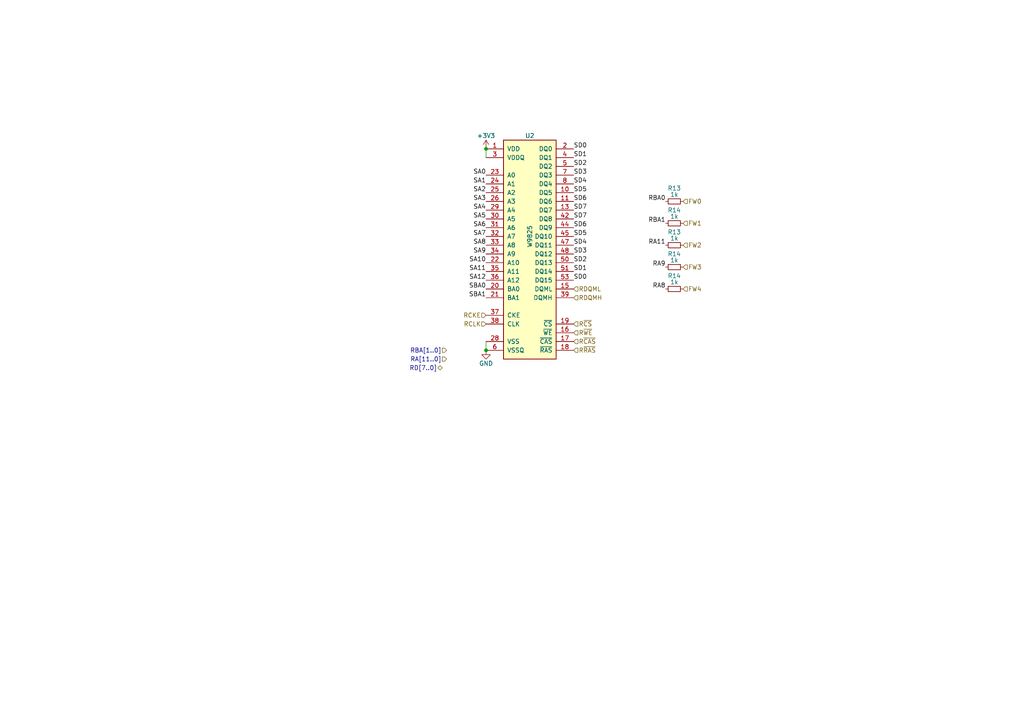
<source format=kicad_sch>
(kicad_sch (version 20230121) (generator eeschema)
  (paper "A4")
  (lib_symbols
    (symbol "Device:R_Small" (pin_numbers hide) (pin_names (offset 0.254) hide)
      (property "Reference" "R" (at 0.762 0.508 0))
      (property "Value" "R_Small" (at 0.762 -1.016 0))
      (symbol "R_Small_0_1"
        (rectangle (start -0.762 1.778) (end 0.762 -1.778) (stroke (width 0.2032)))
      )
      (symbol "R_Small_1_1"
        (pin passive line (at 0 2.54 270) (length 0.762) (name "~") (number "1"))
        (pin passive line (at 0 -2.54 90) (length 0.762) (name "~") (number "2"))
      )
    )
    (symbol "GW_RAM:SDRAM-16Mx16-TSOP2-54" (pin_names (offset 1.016))
      (property "Reference" "U" (at 0 29.21 0))
      (property "Value" "SDRAM-16Mx16-TSOP2-54" (at 0 0 90))
      (symbol "SDRAM-16Mx16-TSOP2-54_0_1"
        (rectangle (start -7.62 27.94) (end 7.62 -35.56) (stroke (width 0.254)) (fill (type background)))
      )
      (symbol "SDRAM-16Mx16-TSOP2-54_1_1"
        (pin power_in line (at -12.7 25.4 0) (length 5.08) (name "VDD") (number "1"))
        (pin bidirectional line (at 12.7 12.7 180) (length 5.08) (name "DQ5") (number "10"))
        (pin bidirectional line (at 12.7 10.16 180) (length 5.08) (name "DQ6") (number "11"))
        (pin power_in line (at -12.7 -33.02 0) (length 5.08) hide (name "VSSQ") (number "12"))
        (pin bidirectional line (at 12.7 7.62 180) (length 5.08) (name "DQ7") (number "13"))
        (pin power_in line (at -12.7 25.4 0) (length 5.08) hide (name "VDD") (number "14"))
        (pin input line (at 12.7 -15.24 180) (length 5.08) (name "DQML") (number "15"))
        (pin input line (at 12.7 -27.94 180) (length 5.08) (name "~{WE}") (number "16"))
        (pin input line (at 12.7 -30.48 180) (length 5.08) (name "~{CAS}") (number "17"))
        (pin input line (at 12.7 -33.02 180) (length 5.08) (name "~{RAS}") (number "18"))
        (pin input line (at 12.7 -25.4 180) (length 5.08) (name "~{CS}") (number "19"))
        (pin bidirectional line (at 12.7 25.4 180) (length 5.08) (name "DQ0") (number "2"))
        (pin input line (at -12.7 -15.24 0) (length 5.08) (name "BA0") (number "20"))
        (pin input line (at -12.7 -17.78 0) (length 5.08) (name "BA1") (number "21"))
        (pin input line (at -12.7 -7.62 0) (length 5.08) (name "A10") (number "22"))
        (pin input line (at -12.7 17.78 0) (length 5.08) (name "A0") (number "23"))
        (pin input line (at -12.7 15.24 0) (length 5.08) (name "A1") (number "24"))
        (pin input line (at -12.7 12.7 0) (length 5.08) (name "A2") (number "25"))
        (pin input line (at -12.7 10.16 0) (length 5.08) (name "A3") (number "26"))
        (pin power_in line (at -12.7 25.4 0) (length 5.08) hide (name "VDD") (number "27"))
        (pin power_in line (at -12.7 -30.48 0) (length 5.08) (name "VSS") (number "28"))
        (pin input line (at -12.7 7.62 0) (length 5.08) (name "A4") (number "29"))
        (pin power_in line (at -12.7 22.86 0) (length 5.08) (name "VDDQ") (number "3"))
        (pin input line (at -12.7 5.08 0) (length 5.08) (name "A5") (number "30"))
        (pin input line (at -12.7 2.54 0) (length 5.08) (name "A6") (number "31"))
        (pin input line (at -12.7 0 0) (length 5.08) (name "A7") (number "32"))
        (pin input line (at -12.7 -2.54 0) (length 5.08) (name "A8") (number "33"))
        (pin input line (at -12.7 -5.08 0) (length 5.08) (name "A9") (number "34"))
        (pin input line (at -12.7 -10.16 0) (length 5.08) (name "A11") (number "35"))
        (pin input line (at -12.7 -12.7 0) (length 5.08) (name "A12") (number "36"))
        (pin input line (at -12.7 -22.86 0) (length 5.08) (name "CKE") (number "37"))
        (pin input line (at -12.7 -25.4 0) (length 5.08) (name "CLK") (number "38"))
        (pin input line (at 12.7 -17.78 180) (length 5.08) (name "DQMH") (number "39"))
        (pin bidirectional line (at 12.7 22.86 180) (length 5.08) (name "DQ1") (number "4"))
        (pin power_in line (at -12.7 -30.48 0) (length 5.08) hide (name "VSS") (number "41"))
        (pin bidirectional line (at 12.7 5.08 180) (length 5.08) (name "DQ8") (number "42"))
        (pin power_in line (at -12.7 22.86 0) (length 5.08) hide (name "VDDQ") (number "43"))
        (pin bidirectional line (at 12.7 2.54 180) (length 5.08) (name "DQ9") (number "44"))
        (pin bidirectional line (at 12.7 0 180) (length 5.08) (name "DQ10") (number "45"))
        (pin power_in line (at -12.7 -33.02 0) (length 5.08) hide (name "VSSQ") (number "46"))
        (pin bidirectional line (at 12.7 -2.54 180) (length 5.08) (name "DQ11") (number "47"))
        (pin bidirectional line (at 12.7 -5.08 180) (length 5.08) (name "DQ12") (number "48"))
        (pin power_in line (at -12.7 22.86 0) (length 5.08) hide (name "VDDQ") (number "49"))
        (pin bidirectional line (at 12.7 20.32 180) (length 5.08) (name "DQ2") (number "5"))
        (pin bidirectional line (at 12.7 -7.62 180) (length 5.08) (name "DQ13") (number "50"))
        (pin bidirectional line (at 12.7 -10.16 180) (length 5.08) (name "DQ14") (number "51"))
        (pin power_in line (at -12.7 -33.02 0) (length 5.08) hide (name "VSSQ") (number "52"))
        (pin bidirectional line (at 12.7 -12.7 180) (length 5.08) (name "DQ15") (number "53"))
        (pin power_in line (at -12.7 -30.48 0) (length 5.08) hide (name "VSS") (number "54"))
        (pin power_in line (at -12.7 -33.02 0) (length 5.08) (name "VSSQ") (number "6"))
        (pin bidirectional line (at 12.7 17.78 180) (length 5.08) (name "DQ3") (number "7"))
        (pin bidirectional line (at 12.7 15.24 180) (length 5.08) (name "DQ4") (number "8"))
        (pin power_in line (at -12.7 22.86 0) (length 5.08) hide (name "VDDQ") (number "9"))
      )
    )
    (symbol "power:+3V3" (power) (pin_names (offset 0))
      (property "Value" "+3V3" (at 0 3.556 0))
      (symbol "+3V3_0_1"
        (polyline (pts (xy -0.762 1.27) (xy 0 2.54)))
        (polyline (pts (xy 0 0) (xy 0 2.54)))
        (polyline (pts (xy 0 2.54) (xy 0.762 1.27)))
      )
      (symbol "+3V3_1_1"
        (pin power_in line (at 0 0 90) (length 0) hide (name "+3V3") (number "1"))
      )
    )
    (symbol "power:GND" (power) (pin_names (offset 0))
      (property "Value" "GND" (at 0 -3.81 0))
      (symbol "GND_0_1"
        (polyline (pts (xy 0 0) (xy 0 -1.27) (xy 1.27 -1.27) (xy 0 -2.54) (xy -1.27 -1.27) (xy 0 -1.27)))
      )
      (symbol "GND_1_1"
        (pin power_in line (at 0 0 270) (length 0) hide (name "GND") (number "1"))
      )
    )
  )
  (junction (at 140.97 43.18))
  (junction (at 140.97 101.6))
  (wire (pts (xy 140.97 101.6) (xy 140.97 99.06)))
  (wire (pts (xy 140.97 43.18) (xy 140.97 45.72)))
  (label "RA11" (at 193.04 71.12 180))
  (label "SD0" (at 166.37 81.28 0))
  (label "SD5" (at 166.37 55.88 0))
  (label "SA4" (at 140.97 60.96 180))
  (label "SD7" (at 166.37 63.5 0))
  (label "RA8" (at 193.04 83.82 180))
  (label "SA11" (at 140.97 78.74 180))
  (label "SA7" (at 140.97 68.58 180))
  (label "SD1" (at 166.37 78.74 0))
  (label "SD6" (at 166.37 58.42 0))
  (label "SD4" (at 166.37 71.12 0))
  (label "SA3" (at 140.97 58.42 180))
  (label "SD6" (at 166.37 66.04 0))
  (label "SA5" (at 140.97 63.5 180))
  (label "SD3" (at 166.37 50.8 0))
  (label "SA1" (at 140.97 53.34 180))
  (label "SA8" (at 140.97 71.12 180))
  (label "SD1" (at 166.37 45.72 0))
  (label "SBA1" (at 140.97 86.36 180))
  (label "SA6" (at 140.97 66.04 180))
  (label "SD5" (at 166.37 68.58 0))
  (label "SD2" (at 166.37 48.26 0))
  (label "SA9" (at 140.97 73.66 180))
  (label "SA2" (at 140.97 55.88 180))
  (label "SA10" (at 140.97 76.2 180))
  (label "SD7" (at 166.37 60.96 0))
  (label "SBA0" (at 140.97 83.82 180))
  (label "SD4" (at 166.37 53.34 0))
  (label "SD0" (at 166.37 43.18 0))
  (label "RA9" (at 193.04 77.47 180))
  (label "RBA0" (at 193.04 58.42 180))
  (label "SA0" (at 140.97 50.8 180))
  (label "SD2" (at 166.37 76.2 0))
  (label "RBA1" (at 193.04 64.77 180))
  (label "SD3" (at 166.37 73.66 0))
  (label "SA12" (at 140.97 81.28 180))
  (hierarchical_label "RCLK" (shape input) (at 140.97 93.98 180))
  (hierarchical_label "R~{RAS}" (shape input) (at 166.37 101.6 0))
  (hierarchical_label "R~{CS}" (shape input) (at 166.37 93.98 0))
  (hierarchical_label "R~{WE}" (shape input) (at 166.37 96.52 0))
  (hierarchical_label "RA[11..0]" (shape input) (at 129.54 104.14 180))
  (hierarchical_label "RBA[1..0]" (shape input) (at 129.54 101.6 180))
  (hierarchical_label "FW3" (shape input) (at 198.12 77.47 0))
  (hierarchical_label "R~{CAS}" (shape input) (at 166.37 99.06 0))
  (hierarchical_label "RD[7..0]" (shape bidirectional) (at 128.27 106.68 180))
  (hierarchical_label "FW4" (shape input) (at 198.12 83.82 0))
  (hierarchical_label "RCKE" (shape input) (at 140.97 91.44 180))
  (hierarchical_label "FW0" (shape input) (at 198.12 58.42 0))
  (hierarchical_label "FW2" (shape input) (at 198.12 71.12 0))
  (hierarchical_label "RDQMH" (shape input) (at 166.37 86.36 0))
  (hierarchical_label "RDQML" (shape input) (at 166.37 83.82 0))
  (hierarchical_label "FW1" (shape input) (at 198.12 64.77 0))
  (symbol (lib_id "power:GND") (at 140.97 101.6 0) (unit 1)
    (property "Reference" "#PWR0152" (effects hide))
    (property "Value" "GND" (at 140.97 105.41 0))
    (instances (project "GR8RAM" (path "" (reference "#PWR0152") (unit 1)) (path "" (reference "#PWR045") (unit 1))))
  )
  (symbol (lib_id "Device:R_Small") (at 195.58 64.77 90) (unit 1)
    (property "Reference" "R14" (at 195.58 60.96 90))
    (property "Value" "1k" (at 195.58 63.5 90) (effects (justify top)))
    (instances (project "GR8RAM" (path "" (reference "R14") (unit 1)) (path "" (reference "R20") (unit 1))))
  )
  (symbol (lib_id "Device:R_Small") (at 195.58 83.82 90) (unit 1)
    (property "Reference" "R14" (at 195.58 80.01 90))
    (property "Value" "1k" (at 195.58 82.55 90) (effects (justify top)))
    (instances (project "GR8RAM" (path "" (reference "R14") (unit 1)) (path "" (reference "R41") (unit 1))))
  )
  (symbol (lib_id "Device:R_Small") (at 195.58 58.42 90) (unit 1)
    (property "Reference" "R13" (at 195.58 54.61 90))
    (property "Value" "1k" (at 195.58 57.15 90) (effects (justify top)))
    (instances (project "GR8RAM" (path "" (reference "R13") (unit 1)) (path "" (reference "R19") (unit 1))))
  )
  (symbol (lib_id "GW_RAM:SDRAM-16Mx16-TSOP2-54") (at 153.67 68.58 0) (unit 1)
    (property "Reference" "U2" (at 153.67 39.37 0))
    (property "Value" "W9825" (at 153.67 68.58 90))
    (property "Footprint" "stdpads:TSOP-II-54_22.2x10.16mm_P0.8mm" (effects hide))
    (property "LCSC Part" "C62246" (effects hide))
  )
  (symbol (lib_id "power:+3V3") (at 140.97 43.18 0) (unit 1)
    (property "Reference" "#PWR0151" (effects hide))
    (property "Value" "+3V3" (at 140.97 39.37 0))
    (instances (project "GR8RAM" (path "" (reference "#PWR0151") (unit 1)) (path "" (reference "#PWR044") (unit 1))))
  )
  (symbol (lib_id "Device:R_Small") (at 195.58 71.12 90) (unit 1)
    (property "Reference" "R13" (at 195.58 67.31 90))
    (property "Value" "1k" (at 195.58 69.85 90) (effects (justify top)))
    (instances (project "GR8RAM" (path "" (reference "R13") (unit 1)) (path "" (reference "R37") (unit 1))))
  )
  (symbol (lib_id "Device:R_Small") (at 195.58 77.47 90) (unit 1)
    (property "Reference" "R14" (at 195.58 73.66 90))
    (property "Value" "1k" (at 195.58 76.2 90) (effects (justify top)))
    (instances (project "GR8RAM" (path "" (reference "R14") (unit 1)) (path "" (reference "R38") (unit 1))))
  )
)
</source>
